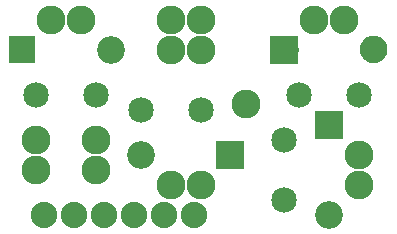
<source format=gbs>
G04 MADE WITH FRITZING*
G04 WWW.FRITZING.ORG*
G04 DOUBLE SIDED*
G04 HOLES PLATED*
G04 CONTOUR ON CENTER OF CONTOUR VECTOR*
%ASAXBY*%
%FSLAX23Y23*%
%MOIN*%
%OFA0B0*%
%SFA1.0B1.0*%
%ADD10C,0.096614*%
%ADD11C,0.042000*%
%ADD12C,0.092000*%
%ADD13C,0.085000*%
%ADD14C,0.088000*%
%ADD15R,0.092000X0.092000*%
%ADD16R,0.001000X0.001000*%
%LNMASK0*%
G90*
G70*
G54D10*
X537Y699D03*
X637Y699D03*
X787Y419D03*
X637Y599D03*
X537Y599D03*
X1165Y249D03*
X1165Y149D03*
X637Y149D03*
X537Y149D03*
X87Y199D03*
X87Y299D03*
X1015Y699D03*
X1115Y699D03*
X137Y699D03*
X237Y699D03*
X287Y199D03*
X287Y299D03*
G54D11*
X39Y599D03*
G54D12*
X337Y599D03*
G54D11*
X39Y599D03*
G54D12*
X337Y599D03*
X917Y599D03*
G54D11*
X1215Y599D03*
G54D12*
X917Y599D03*
G54D11*
X1215Y599D03*
G54D12*
X1065Y347D03*
X1065Y49D03*
X1065Y347D03*
X1065Y49D03*
X735Y249D03*
X437Y249D03*
X735Y249D03*
X437Y249D03*
G54D13*
X87Y449D03*
X287Y449D03*
X87Y449D03*
X287Y449D03*
X965Y449D03*
X1165Y449D03*
X965Y449D03*
X1165Y449D03*
X637Y399D03*
X437Y399D03*
X637Y399D03*
X437Y399D03*
X915Y299D03*
X915Y99D03*
X915Y299D03*
X915Y99D03*
G54D14*
X115Y49D03*
X215Y49D03*
X315Y49D03*
X415Y49D03*
X515Y49D03*
X615Y49D03*
G54D15*
X916Y599D03*
X916Y599D03*
X1065Y348D03*
X1065Y348D03*
X736Y249D03*
X736Y249D03*
G54D16*
X0Y645D02*
X83Y645D01*
X1207Y645D02*
X1221Y645D01*
X0Y644D02*
X83Y644D01*
X1202Y644D02*
X1225Y644D01*
X0Y643D02*
X83Y643D01*
X1199Y643D02*
X1229Y643D01*
X0Y642D02*
X83Y642D01*
X1196Y642D02*
X1231Y642D01*
X0Y641D02*
X83Y641D01*
X1194Y641D02*
X1233Y641D01*
X0Y640D02*
X83Y640D01*
X1192Y640D02*
X1235Y640D01*
X0Y639D02*
X83Y639D01*
X1190Y639D02*
X1237Y639D01*
X0Y638D02*
X83Y638D01*
X1189Y638D02*
X1239Y638D01*
X0Y637D02*
X83Y637D01*
X1187Y637D02*
X1240Y637D01*
X0Y636D02*
X83Y636D01*
X1186Y636D02*
X1241Y636D01*
X0Y635D02*
X83Y635D01*
X1185Y635D02*
X1243Y635D01*
X0Y634D02*
X83Y634D01*
X1184Y634D02*
X1244Y634D01*
X0Y633D02*
X83Y633D01*
X1182Y633D02*
X1245Y633D01*
X0Y632D02*
X83Y632D01*
X1181Y632D02*
X1246Y632D01*
X0Y631D02*
X83Y631D01*
X1180Y631D02*
X1247Y631D01*
X0Y630D02*
X83Y630D01*
X1180Y630D02*
X1248Y630D01*
X0Y629D02*
X83Y629D01*
X1179Y629D02*
X1249Y629D01*
X0Y628D02*
X83Y628D01*
X1178Y628D02*
X1249Y628D01*
X0Y627D02*
X83Y627D01*
X1177Y627D02*
X1250Y627D01*
X0Y626D02*
X83Y626D01*
X1177Y626D02*
X1251Y626D01*
X0Y625D02*
X83Y625D01*
X1176Y625D02*
X1251Y625D01*
X0Y624D02*
X83Y624D01*
X1175Y624D02*
X1252Y624D01*
X0Y623D02*
X83Y623D01*
X1175Y623D02*
X1253Y623D01*
X0Y622D02*
X83Y622D01*
X1174Y622D02*
X1253Y622D01*
X0Y621D02*
X83Y621D01*
X1173Y621D02*
X1254Y621D01*
X0Y620D02*
X83Y620D01*
X1173Y620D02*
X1254Y620D01*
X0Y619D02*
X83Y619D01*
X1172Y619D02*
X1255Y619D01*
X0Y618D02*
X83Y618D01*
X1172Y618D02*
X1255Y618D01*
X0Y617D02*
X83Y617D01*
X1172Y617D02*
X1256Y617D01*
X0Y616D02*
X83Y616D01*
X1171Y616D02*
X1256Y616D01*
X0Y615D02*
X83Y615D01*
X1171Y615D02*
X1256Y615D01*
X0Y614D02*
X83Y614D01*
X1170Y614D02*
X1257Y614D01*
X0Y613D02*
X83Y613D01*
X1170Y613D02*
X1257Y613D01*
X0Y612D02*
X83Y612D01*
X1170Y612D02*
X1257Y612D01*
X0Y611D02*
X83Y611D01*
X1170Y611D02*
X1258Y611D01*
X0Y610D02*
X83Y610D01*
X1169Y610D02*
X1258Y610D01*
X0Y609D02*
X83Y609D01*
X1169Y609D02*
X1258Y609D01*
X0Y608D02*
X83Y608D01*
X1169Y608D02*
X1258Y608D01*
X0Y607D02*
X83Y607D01*
X1169Y607D02*
X1258Y607D01*
X0Y606D02*
X84Y606D01*
X1169Y606D02*
X1259Y606D01*
X0Y605D02*
X84Y605D01*
X1169Y605D02*
X1259Y605D01*
X0Y604D02*
X84Y604D01*
X1168Y604D02*
X1259Y604D01*
X0Y603D02*
X84Y603D01*
X1168Y603D02*
X1259Y603D01*
X0Y602D02*
X84Y602D01*
X1168Y602D02*
X1259Y602D01*
X0Y601D02*
X84Y601D01*
X1168Y601D02*
X1259Y601D01*
X0Y600D02*
X84Y600D01*
X1168Y600D02*
X1259Y600D01*
X0Y599D02*
X84Y599D01*
X1168Y599D02*
X1259Y599D01*
X0Y598D02*
X84Y598D01*
X1168Y598D02*
X1259Y598D01*
X0Y597D02*
X84Y597D01*
X1168Y597D02*
X1259Y597D01*
X0Y596D02*
X84Y596D01*
X1168Y596D02*
X1259Y596D01*
X0Y595D02*
X84Y595D01*
X1168Y595D02*
X1259Y595D01*
X0Y594D02*
X84Y594D01*
X1169Y594D02*
X1259Y594D01*
X0Y593D02*
X84Y593D01*
X1169Y593D02*
X1259Y593D01*
X0Y592D02*
X83Y592D01*
X1169Y592D02*
X1258Y592D01*
X0Y591D02*
X83Y591D01*
X1169Y591D02*
X1258Y591D01*
X0Y590D02*
X83Y590D01*
X1169Y590D02*
X1258Y590D01*
X0Y589D02*
X83Y589D01*
X1170Y589D02*
X1258Y589D01*
X0Y588D02*
X83Y588D01*
X1170Y588D02*
X1257Y588D01*
X0Y587D02*
X83Y587D01*
X1170Y587D02*
X1257Y587D01*
X0Y586D02*
X83Y586D01*
X1170Y586D02*
X1257Y586D01*
X0Y585D02*
X83Y585D01*
X1171Y585D02*
X1257Y585D01*
X0Y584D02*
X83Y584D01*
X1171Y584D02*
X1256Y584D01*
X0Y583D02*
X83Y583D01*
X1171Y583D02*
X1256Y583D01*
X0Y582D02*
X83Y582D01*
X1172Y582D02*
X1256Y582D01*
X0Y581D02*
X83Y581D01*
X1172Y581D02*
X1255Y581D01*
X0Y580D02*
X83Y580D01*
X1173Y580D02*
X1255Y580D01*
X0Y579D02*
X83Y579D01*
X1173Y579D02*
X1254Y579D01*
X0Y578D02*
X83Y578D01*
X1174Y578D02*
X1254Y578D01*
X0Y577D02*
X83Y577D01*
X1174Y577D02*
X1253Y577D01*
X0Y576D02*
X83Y576D01*
X1175Y576D02*
X1252Y576D01*
X0Y575D02*
X83Y575D01*
X1176Y575D02*
X1252Y575D01*
X0Y574D02*
X83Y574D01*
X1176Y574D02*
X1251Y574D01*
X0Y573D02*
X83Y573D01*
X1177Y573D02*
X1250Y573D01*
X0Y572D02*
X83Y572D01*
X1178Y572D02*
X1250Y572D01*
X0Y571D02*
X83Y571D01*
X1178Y571D02*
X1249Y571D01*
X0Y570D02*
X83Y570D01*
X1179Y570D02*
X1248Y570D01*
X0Y569D02*
X83Y569D01*
X1180Y569D02*
X1247Y569D01*
X0Y568D02*
X83Y568D01*
X1181Y568D02*
X1246Y568D01*
X0Y567D02*
X83Y567D01*
X1182Y567D02*
X1245Y567D01*
X0Y566D02*
X83Y566D01*
X1183Y566D02*
X1244Y566D01*
X0Y565D02*
X83Y565D01*
X1184Y565D02*
X1243Y565D01*
X0Y564D02*
X83Y564D01*
X1185Y564D02*
X1242Y564D01*
X0Y563D02*
X83Y563D01*
X1187Y563D02*
X1241Y563D01*
X0Y562D02*
X83Y562D01*
X1188Y562D02*
X1239Y562D01*
X0Y561D02*
X83Y561D01*
X1190Y561D02*
X1238Y561D01*
X0Y560D02*
X83Y560D01*
X1191Y560D02*
X1236Y560D01*
X0Y559D02*
X83Y559D01*
X1193Y559D02*
X1234Y559D01*
X0Y558D02*
X83Y558D01*
X1195Y558D02*
X1232Y558D01*
X0Y557D02*
X83Y557D01*
X1197Y557D02*
X1230Y557D01*
X0Y556D02*
X83Y556D01*
X1200Y556D02*
X1227Y556D01*
X0Y555D02*
X83Y555D01*
X1204Y555D02*
X1223Y555D01*
X0Y554D02*
X83Y554D01*
X1210Y554D02*
X1217Y554D01*
D02*
G04 End of Mask0*
M02*
</source>
